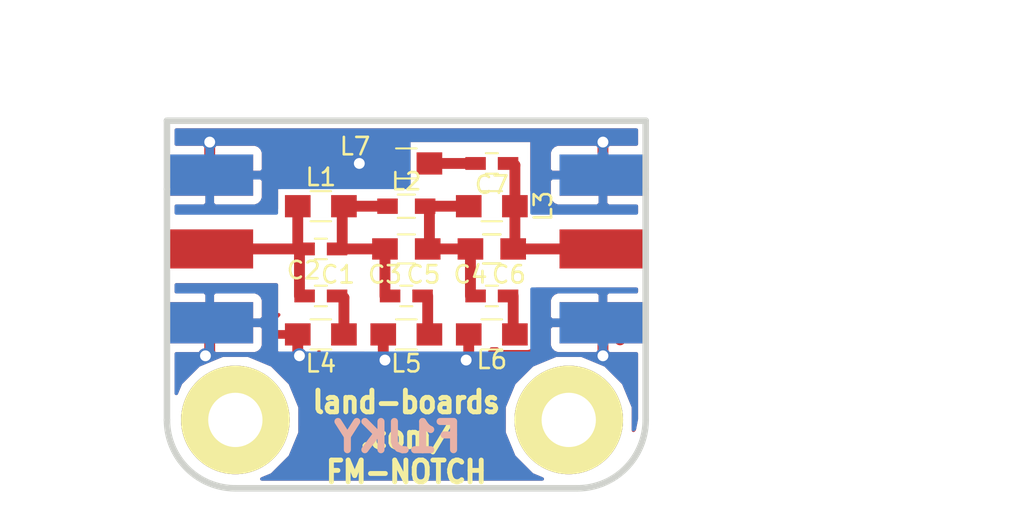
<source format=kicad_pcb>
(kicad_pcb (version 4) (host pcbnew 4.0.5)

  (general
    (links 29)
    (no_connects 1)
    (area -9.999885 -4.751199 29.450857 21.849625)
    (thickness 1.6002)
    (drawings 12)
    (tracks 54)
    (zones 0)
    (modules 18)
    (nets 10)
  )

  (page A)
  (title_block
    (date "28 mar 2015")
    (rev X1)
  )

  (layers
    (0 Front signal)
    (31 Back signal hide)
    (36 B.SilkS user hide)
    (37 F.SilkS user hide)
    (38 B.Mask user)
    (39 F.Mask user)
    (40 Dwgs.User user)
    (44 Edge.Cuts user)
  )

  (setup
    (last_trace_width 0.2032)
    (user_trace_width 0.254)
    (user_trace_width 0.635)
    (trace_clearance 0.254)
    (zone_clearance 0.254)
    (zone_45_only no)
    (trace_min 0.008)
    (segment_width 0.381)
    (edge_width 0.381)
    (via_size 0.889)
    (via_drill 0.635)
    (via_min_size 0.035)
    (via_min_drill 0.508)
    (uvia_size 0.508)
    (uvia_drill 0.127)
    (uvias_allowed no)
    (uvia_min_size 0.02)
    (uvia_min_drill 0.127)
    (pcb_text_width 0.3048)
    (pcb_text_size 1.524 2.032)
    (mod_edge_width 0.381)
    (mod_text_size 1.016 1.016)
    (mod_text_width 0.1524)
    (pad_size 6.35 6.35)
    (pad_drill 3.175)
    (pad_to_mask_clearance 0.1524)
    (aux_axis_origin 0 0)
    (visible_elements 7FFFFF7F)
    (pcbplotparams
      (layerselection 0x010f0_80000001)
      (usegerberextensions true)
      (excludeedgelayer true)
      (linewidth 0.150000)
      (plotframeref false)
      (viasonmask false)
      (mode 1)
      (useauxorigin false)
      (hpglpennumber 1)
      (hpglpenspeed 20)
      (hpglpendiameter 15)
      (hpglpenoverlay 0)
      (psnegative false)
      (psa4output false)
      (plotreference true)
      (plotvalue false)
      (plotinvisibletext false)
      (padsonsilk false)
      (subtractmaskfromsilk false)
      (outputformat 1)
      (mirror false)
      (drillshape 0)
      (scaleselection 1)
      (outputdirectory plots/))
  )

  (net 0 "")
  (net 1 "Net-(C1-Pad2)")
  (net 2 "Net-(C5-Pad2)")
  (net 3 "Net-(C6-Pad2)")
  (net 4 "Net-(C7-Pad2)")
  (net 5 /GND)
  (net 6 /IN)
  (net 7 /S1)
  (net 8 /S2)
  (net 9 /OUT)

  (net_class Default "This is the default net class."
    (clearance 0.254)
    (trace_width 0.2032)
    (via_dia 0.889)
    (via_drill 0.635)
    (uvia_dia 0.508)
    (uvia_drill 0.127)
    (add_net /GND)
    (add_net /IN)
    (add_net /OUT)
    (add_net /S1)
    (add_net /S2)
    (add_net "Net-(C1-Pad2)")
    (add_net "Net-(C5-Pad2)")
    (add_net "Net-(C6-Pad2)")
    (add_net "Net-(C7-Pad2)")
  )

  (net_class POWER ""
    (clearance 0.254)
    (trace_width 0.635)
    (via_dia 0.889)
    (via_drill 0.635)
    (uvia_dia 0.508)
    (uvia_drill 0.127)
  )

  (module Capacitors_SMD:C_0805_HandSoldering (layer Front) (tedit 58F91B27) (tstamp 56B526ED)
    (at 19 7.5 180)
    (descr "Capacitor SMD 0805, hand soldering")
    (tags "capacitor 0805")
    (path /58F91625)
    (attr smd)
    (fp_text reference C4 (at 1.25 -1.5 360) (layer F.SilkS)
      (effects (font (size 1.016 1.016) (thickness 0.1524)))
    )
    (fp_text value 110pF (at 0 2.1 180) (layer F.SilkS) hide
      (effects (font (size 1 1) (thickness 0.15)))
    )
    (fp_line (start -2.3 -1) (end 2.3 -1) (layer F.CrtYd) (width 0.05))
    (fp_line (start -2.3 1) (end 2.3 1) (layer F.CrtYd) (width 0.05))
    (fp_line (start -2.3 -1) (end -2.3 1) (layer F.CrtYd) (width 0.05))
    (fp_line (start 2.3 -1) (end 2.3 1) (layer F.CrtYd) (width 0.05))
    (fp_line (start 0.5 -0.85) (end -0.5 -0.85) (layer F.SilkS) (width 0.15))
    (fp_line (start -0.5 0.85) (end 0.5 0.85) (layer F.SilkS) (width 0.15))
    (pad 1 smd rect (at -1.25 0 180) (size 1.5 1.25) (layers Front F.Mask)
      (net 9 /OUT))
    (pad 2 smd rect (at 1.25 0 180) (size 1.5 1.25) (layers Front F.Mask)
      (net 8 /S2))
    (model Capacitors_SMD.3dshapes/C_0805_HandSoldering.wrl
      (at (xyz 0 0 0))
      (scale (xyz 1 1 1))
      (rotate (xyz 0 0 0))
    )
  )

  (module Resistors_SMD:R_0805_HandSoldering (layer Front) (tedit 58F913EB) (tstamp 58F9125F)
    (at 9 5)
    (descr "Resistor SMD 0805, hand soldering")
    (tags "resistor 0805")
    (path /58F91669)
    (attr smd)
    (fp_text reference L1 (at 0 -1.7) (layer F.SilkS)
      (effects (font (size 1.016 1.016) (thickness 0.1524)))
    )
    (fp_text value 22nH (at 0.5 0) (layer F.SilkS) hide
      (effects (font (size 1 1) (thickness 0.15)))
    )
    (fp_text user %R (at 0 0) (layer F.Fab)
      (effects (font (size 0.5 0.5) (thickness 0.075)))
    )
    (fp_line (start -1 0.62) (end -1 -0.62) (layer F.Fab) (width 0.1))
    (fp_line (start 1 0.62) (end -1 0.62) (layer F.Fab) (width 0.1))
    (fp_line (start 1 -0.62) (end 1 0.62) (layer F.Fab) (width 0.1))
    (fp_line (start -1 -0.62) (end 1 -0.62) (layer F.Fab) (width 0.1))
    (fp_line (start 0.6 0.88) (end -0.6 0.88) (layer F.SilkS) (width 0.12))
    (fp_line (start -0.6 -0.88) (end 0.6 -0.88) (layer F.SilkS) (width 0.12))
    (fp_line (start -2.35 -0.9) (end 2.35 -0.9) (layer F.CrtYd) (width 0.05))
    (fp_line (start -2.35 -0.9) (end -2.35 0.9) (layer F.CrtYd) (width 0.05))
    (fp_line (start 2.35 0.9) (end 2.35 -0.9) (layer F.CrtYd) (width 0.05))
    (fp_line (start 2.35 0.9) (end -2.35 0.9) (layer F.CrtYd) (width 0.05))
    (pad 1 smd rect (at -1.35 0) (size 1.5 1.3) (layers Front F.Mask)
      (net 6 /IN))
    (pad 2 smd rect (at 1.35 0) (size 1.5 1.3) (layers Front F.Mask)
      (net 7 /S1))
    (model ${KISYS3DMOD}/Resistors_SMD.3dshapes/R_0805.wrl
      (at (xyz 0 0 0))
      (scale (xyz 1 1 1))
      (rotate (xyz 0 0 0))
    )
  )

  (module Resistors_SMD:R_0805_HandSoldering (layer Front) (tedit 58F9176C) (tstamp 58F91281)
    (at 19 5)
    (descr "Resistor SMD 0805, hand soldering")
    (tags "resistor 0805")
    (path /58F91713)
    (attr smd)
    (fp_text reference L3 (at 3 0 90) (layer F.SilkS)
      (effects (font (size 1.016 1.016) (thickness 0.1524)))
    )
    (fp_text value 22nH (at 0 -1.5) (layer F.SilkS) hide
      (effects (font (size 1 1) (thickness 0.15)))
    )
    (fp_text user %R (at 0 0) (layer F.Fab)
      (effects (font (size 0.5 0.5) (thickness 0.075)))
    )
    (fp_line (start -1 0.62) (end -1 -0.62) (layer F.Fab) (width 0.1))
    (fp_line (start 1 0.62) (end -1 0.62) (layer F.Fab) (width 0.1))
    (fp_line (start 1 -0.62) (end 1 0.62) (layer F.Fab) (width 0.1))
    (fp_line (start -1 -0.62) (end 1 -0.62) (layer F.Fab) (width 0.1))
    (fp_line (start 0.6 0.88) (end -0.6 0.88) (layer F.SilkS) (width 0.12))
    (fp_line (start -0.6 -0.88) (end 0.6 -0.88) (layer F.SilkS) (width 0.12))
    (fp_line (start -2.35 -0.9) (end 2.35 -0.9) (layer F.CrtYd) (width 0.05))
    (fp_line (start -2.35 -0.9) (end -2.35 0.9) (layer F.CrtYd) (width 0.05))
    (fp_line (start 2.35 0.9) (end 2.35 -0.9) (layer F.CrtYd) (width 0.05))
    (fp_line (start 2.35 0.9) (end -2.35 0.9) (layer F.CrtYd) (width 0.05))
    (pad 1 smd rect (at -1.35 0) (size 1.5 1.3) (layers Front F.Mask)
      (net 8 /S2))
    (pad 2 smd rect (at 1.35 0) (size 1.5 1.3) (layers Front F.Mask)
      (net 9 /OUT))
    (model ${KISYS3DMOD}/Resistors_SMD.3dshapes/R_0805.wrl
      (at (xyz 0 0 0))
      (scale (xyz 1 1 1))
      (rotate (xyz 0 0 0))
    )
  )

  (module Resistors_SMD:R_0805_HandSoldering (layer Front) (tedit 58F91430) (tstamp 58F91292)
    (at 9 12.5 180)
    (descr "Resistor SMD 0805, hand soldering")
    (tags "resistor 0805")
    (path /58F90E9B)
    (attr smd)
    (fp_text reference L4 (at 0 -1.7 180) (layer F.SilkS)
      (effects (font (size 1.016 1.016) (thickness 0.1524)))
    )
    (fp_text value 330nH (at 0 -1.5 180) (layer F.SilkS) hide
      (effects (font (size 1 1) (thickness 0.15)))
    )
    (fp_text user %R (at 0 0 180) (layer F.Fab)
      (effects (font (size 0.5 0.5) (thickness 0.075)))
    )
    (fp_line (start -1 0.62) (end -1 -0.62) (layer F.Fab) (width 0.1))
    (fp_line (start 1 0.62) (end -1 0.62) (layer F.Fab) (width 0.1))
    (fp_line (start 1 -0.62) (end 1 0.62) (layer F.Fab) (width 0.1))
    (fp_line (start -1 -0.62) (end 1 -0.62) (layer F.Fab) (width 0.1))
    (fp_line (start 0.6 0.88) (end -0.6 0.88) (layer F.SilkS) (width 0.12))
    (fp_line (start -0.6 -0.88) (end 0.6 -0.88) (layer F.SilkS) (width 0.12))
    (fp_line (start -2.35 -0.9) (end 2.35 -0.9) (layer F.CrtYd) (width 0.05))
    (fp_line (start -2.35 -0.9) (end -2.35 0.9) (layer F.CrtYd) (width 0.05))
    (fp_line (start 2.35 0.9) (end 2.35 -0.9) (layer F.CrtYd) (width 0.05))
    (fp_line (start 2.35 0.9) (end -2.35 0.9) (layer F.CrtYd) (width 0.05))
    (pad 1 smd rect (at -1.35 0 180) (size 1.5 1.3) (layers Front F.Mask)
      (net 1 "Net-(C1-Pad2)"))
    (pad 2 smd rect (at 1.35 0 180) (size 1.5 1.3) (layers Front F.Mask)
      (net 5 /GND))
    (model ${KISYS3DMOD}/Resistors_SMD.3dshapes/R_0805.wrl
      (at (xyz 0 0 0))
      (scale (xyz 1 1 1))
      (rotate (xyz 0 0 0))
    )
  )

  (module Resistors_SMD:R_0805_HandSoldering (layer Front) (tedit 58F91435) (tstamp 58F912A3)
    (at 14 12.5 180)
    (descr "Resistor SMD 0805, hand soldering")
    (tags "resistor 0805")
    (path /58F90F38)
    (attr smd)
    (fp_text reference L5 (at 0 -1.7 180) (layer F.SilkS)
      (effects (font (size 1.016 1.016) (thickness 0.1524)))
    )
    (fp_text value 180nH (at 0 0 180) (layer F.SilkS) hide
      (effects (font (size 1 1) (thickness 0.15)))
    )
    (fp_text user %R (at 0 0 180) (layer F.Fab)
      (effects (font (size 0.5 0.5) (thickness 0.075)))
    )
    (fp_line (start -1 0.62) (end -1 -0.62) (layer F.Fab) (width 0.1))
    (fp_line (start 1 0.62) (end -1 0.62) (layer F.Fab) (width 0.1))
    (fp_line (start 1 -0.62) (end 1 0.62) (layer F.Fab) (width 0.1))
    (fp_line (start -1 -0.62) (end 1 -0.62) (layer F.Fab) (width 0.1))
    (fp_line (start 0.6 0.88) (end -0.6 0.88) (layer F.SilkS) (width 0.12))
    (fp_line (start -0.6 -0.88) (end 0.6 -0.88) (layer F.SilkS) (width 0.12))
    (fp_line (start -2.35 -0.9) (end 2.35 -0.9) (layer F.CrtYd) (width 0.05))
    (fp_line (start -2.35 -0.9) (end -2.35 0.9) (layer F.CrtYd) (width 0.05))
    (fp_line (start 2.35 0.9) (end 2.35 -0.9) (layer F.CrtYd) (width 0.05))
    (fp_line (start 2.35 0.9) (end -2.35 0.9) (layer F.CrtYd) (width 0.05))
    (pad 1 smd rect (at -1.35 0 180) (size 1.5 1.3) (layers Front F.Mask)
      (net 2 "Net-(C5-Pad2)"))
    (pad 2 smd rect (at 1.35 0 180) (size 1.5 1.3) (layers Front F.Mask)
      (net 5 /GND))
    (model ${KISYS3DMOD}/Resistors_SMD.3dshapes/R_0805.wrl
      (at (xyz 0 0 0))
      (scale (xyz 1 1 1))
      (rotate (xyz 0 0 0))
    )
  )

  (module Resistors_SMD:R_0805_HandSoldering (layer Front) (tedit 58F9143B) (tstamp 58F912B4)
    (at 19 12.5 180)
    (descr "Resistor SMD 0805, hand soldering")
    (tags "resistor 0805")
    (path /58F90FD6)
    (attr smd)
    (fp_text reference L6 (at 0 -1.5 180) (layer F.SilkS)
      (effects (font (size 1.016 1.016) (thickness 0.1524)))
    )
    (fp_text value 180nH (at 0 0 180) (layer F.SilkS) hide
      (effects (font (size 1 1) (thickness 0.15)))
    )
    (fp_text user %R (at 0 0 180) (layer F.Fab)
      (effects (font (size 0.5 0.5) (thickness 0.075)))
    )
    (fp_line (start -1 0.62) (end -1 -0.62) (layer F.Fab) (width 0.1))
    (fp_line (start 1 0.62) (end -1 0.62) (layer F.Fab) (width 0.1))
    (fp_line (start 1 -0.62) (end 1 0.62) (layer F.Fab) (width 0.1))
    (fp_line (start -1 -0.62) (end 1 -0.62) (layer F.Fab) (width 0.1))
    (fp_line (start 0.6 0.88) (end -0.6 0.88) (layer F.SilkS) (width 0.12))
    (fp_line (start -0.6 -0.88) (end 0.6 -0.88) (layer F.SilkS) (width 0.12))
    (fp_line (start -2.35 -0.9) (end 2.35 -0.9) (layer F.CrtYd) (width 0.05))
    (fp_line (start -2.35 -0.9) (end -2.35 0.9) (layer F.CrtYd) (width 0.05))
    (fp_line (start 2.35 0.9) (end 2.35 -0.9) (layer F.CrtYd) (width 0.05))
    (fp_line (start 2.35 0.9) (end -2.35 0.9) (layer F.CrtYd) (width 0.05))
    (pad 1 smd rect (at -1.35 0 180) (size 1.5 1.3) (layers Front F.Mask)
      (net 3 "Net-(C6-Pad2)"))
    (pad 2 smd rect (at 1.35 0 180) (size 1.5 1.3) (layers Front F.Mask)
      (net 5 /GND))
    (model ${KISYS3DMOD}/Resistors_SMD.3dshapes/R_0805.wrl
      (at (xyz 0 0 0))
      (scale (xyz 1 1 1))
      (rotate (xyz 0 0 0))
    )
  )

  (module Resistors_SMD:R_0805_HandSoldering (layer Front) (tedit 58F91602) (tstamp 58F912C5)
    (at 14 2.5 180)
    (descr "Resistor SMD 0805, hand soldering")
    (tags "resistor 0805")
    (path /58F90FE2)
    (attr smd)
    (fp_text reference L7 (at 3 1 180) (layer F.SilkS)
      (effects (font (size 1.016 1.016) (thickness 0.1524)))
    )
    (fp_text value 330nH (at 0 1 180) (layer F.SilkS) hide
      (effects (font (size 1 1) (thickness 0.15)))
    )
    (fp_text user %R (at 0 0 180) (layer F.Fab)
      (effects (font (size 0.5 0.5) (thickness 0.075)))
    )
    (fp_line (start -1 0.62) (end -1 -0.62) (layer F.Fab) (width 0.1))
    (fp_line (start 1 0.62) (end -1 0.62) (layer F.Fab) (width 0.1))
    (fp_line (start 1 -0.62) (end 1 0.62) (layer F.Fab) (width 0.1))
    (fp_line (start -1 -0.62) (end 1 -0.62) (layer F.Fab) (width 0.1))
    (fp_line (start 0.6 0.88) (end -0.6 0.88) (layer F.SilkS) (width 0.12))
    (fp_line (start -0.6 -0.88) (end 0.6 -0.88) (layer F.SilkS) (width 0.12))
    (fp_line (start -2.35 -0.9) (end 2.35 -0.9) (layer F.CrtYd) (width 0.05))
    (fp_line (start -2.35 -0.9) (end -2.35 0.9) (layer F.CrtYd) (width 0.05))
    (fp_line (start 2.35 0.9) (end 2.35 -0.9) (layer F.CrtYd) (width 0.05))
    (fp_line (start 2.35 0.9) (end -2.35 0.9) (layer F.CrtYd) (width 0.05))
    (pad 1 smd rect (at -1.35 0 180) (size 1.5 1.3) (layers Front F.Mask)
      (net 4 "Net-(C7-Pad2)"))
    (pad 2 smd rect (at 1.35 0 180) (size 1.5 1.3) (layers Front F.Mask)
      (net 5 /GND))
    (model ${KISYS3DMOD}/Resistors_SMD.3dshapes/R_0805.wrl
      (at (xyz 0 0 0))
      (scale (xyz 1 1 1))
      (rotate (xyz 0 0 0))
    )
  )

  (module Capacitors_SMD:C_0805_HandSoldering (layer Front) (tedit 58F91B25) (tstamp 58F91336)
    (at 14 7.5 180)
    (descr "Capacitor SMD 0805, hand soldering")
    (tags "capacitor 0805")
    (path /58F915E5)
    (attr smd)
    (fp_text reference C3 (at 1.25 -1.5 180) (layer F.SilkS)
      (effects (font (size 1.016 1.016) (thickness 0.1524)))
    )
    (fp_text value 100pF (at 0 0 180) (layer F.SilkS) hide
      (effects (font (size 1 1) (thickness 0.15)))
    )
    (fp_text user %R (at 0 -1.75 180) (layer F.Fab)
      (effects (font (size 1 1) (thickness 0.15)))
    )
    (fp_line (start -1 0.62) (end -1 -0.62) (layer F.Fab) (width 0.1))
    (fp_line (start 1 0.62) (end -1 0.62) (layer F.Fab) (width 0.1))
    (fp_line (start 1 -0.62) (end 1 0.62) (layer F.Fab) (width 0.1))
    (fp_line (start -1 -0.62) (end 1 -0.62) (layer F.Fab) (width 0.1))
    (fp_line (start 0.5 -0.85) (end -0.5 -0.85) (layer F.SilkS) (width 0.12))
    (fp_line (start -0.5 0.85) (end 0.5 0.85) (layer F.SilkS) (width 0.12))
    (fp_line (start -2.25 -0.88) (end 2.25 -0.88) (layer F.CrtYd) (width 0.05))
    (fp_line (start -2.25 -0.88) (end -2.25 0.87) (layer F.CrtYd) (width 0.05))
    (fp_line (start 2.25 0.87) (end 2.25 -0.88) (layer F.CrtYd) (width 0.05))
    (fp_line (start 2.25 0.87) (end -2.25 0.87) (layer F.CrtYd) (width 0.05))
    (pad 1 smd rect (at -1.25 0 180) (size 1.5 1.25) (layers Front F.Mask)
      (net 8 /S2))
    (pad 2 smd rect (at 1.25 0 180) (size 1.5 1.25) (layers Front F.Mask)
      (net 7 /S1))
    (model Capacitors_SMD.3dshapes/C_0805.wrl
      (at (xyz 0 0 0))
      (scale (xyz 1 1 1))
      (rotate (xyz 0 0 0))
    )
  )

  (module LandBoards_Conns:SMA_EDGE (layer Front) (tedit 58F9187F) (tstamp 58F91346)
    (at 2.5 7.5)
    (path /58F9113C)
    (clearance 0.3048)
    (fp_text reference P1 (at 0 7) (layer F.SilkS) hide
      (effects (font (size 1.016 1.016) (thickness 0.1524)))
    )
    (fp_text value CONN_2 (at 4.826 0.254 90) (layer F.SilkS) hide
      (effects (font (thickness 0.3048)))
    )
    (pad 1 smd rect (at 0 0) (size 5.08 2.286) (layers Front F.Mask)
      (net 6 /IN))
    (pad 2 smd rect (at 0 -4.318) (size 5.08 2.413) (layers Front F.Mask)
      (net 5 /GND))
    (pad 2 smd rect (at 0 4.318) (size 5.08 2.413) (layers Front F.Mask)
      (net 5 /GND))
    (pad 2 smd rect (at 0 -4.318) (size 5.08 2.413) (layers Back B.Mask)
      (net 5 /GND))
    (pad 2 smd rect (at 0 4.318) (size 5.08 2.413) (layers Back B.Mask)
      (net 5 /GND))
  )

  (module LandBoards_Conns:SMA_EDGE (layer Front) (tedit 58F91884) (tstamp 58F9134E)
    (at 25.5 7.5)
    (path /58F910CD)
    (clearance 0.3048)
    (fp_text reference P2 (at 0 7) (layer F.SilkS) hide
      (effects (font (size 1.016 1.016) (thickness 0.1524)))
    )
    (fp_text value CONN_2 (at -0.25 0 90) (layer F.SilkS) hide
      (effects (font (thickness 0.3048)))
    )
    (pad 1 smd rect (at 0 0) (size 5.08 2.286) (layers Front F.Mask)
      (net 9 /OUT))
    (pad 2 smd rect (at 0 -4.318) (size 5.08 2.413) (layers Front F.Mask)
      (net 5 /GND))
    (pad 2 smd rect (at 0 4.318) (size 5.08 2.413) (layers Front F.Mask)
      (net 5 /GND))
    (pad 2 smd rect (at 0 -4.318) (size 5.08 2.413) (layers Back B.Mask)
      (net 5 /GND))
    (pad 2 smd rect (at 0 4.318) (size 5.08 2.413) (layers Back B.Mask)
      (net 5 /GND))
  )

  (module dougsLib:MTG-4-40 (layer Front) (tedit 53F3AE25) (tstamp 58F91629)
    (at 23.5 17.5)
    (path /56BE9837)
    (fp_text reference MTG?1 (at -6.858 -0.635) (layer F.SilkS) hide
      (effects (font (size 1.016 1.016) (thickness 0.1524)))
    )
    (fp_text value MTG_HOLE (at 0 -5.08) (layer F.SilkS) hide
      (effects (font (thickness 0.3048)))
    )
    (pad 1 thru_hole circle (at 0 0) (size 6.35 6.35) (drill 3.175) (layers *.Cu *.Mask F.SilkS)
      (clearance 0.508))
  )

  (module dougsLib:MTG-4-40 (layer Front) (tedit 58F91647) (tstamp 58F9162E)
    (at 4 17.5)
    (path /56BE9872)
    (fp_text reference MTG?2 (at -0.25 -0.25) (layer F.SilkS) hide
      (effects (font (size 1.016 1.016) (thickness 0.1524)))
    )
    (fp_text value MTG_HOLE (at 0 -5.08) (layer F.SilkS) hide
      (effects (font (thickness 0.3048)))
    )
    (pad 1 thru_hole circle (at 0 0) (size 6.35 6.35) (drill 3.175) (layers *.Cu *.Mask F.SilkS)
      (clearance 0.508))
  )

  (module Capacitors_SMD:C_0603_HandSoldering (layer Front) (tedit 58F91BFA) (tstamp 58F91EDD)
    (at 9 10.25)
    (descr "Capacitor SMD 0603, hand soldering")
    (tags "capacitor 0603")
    (path /56B51233)
    (attr smd)
    (fp_text reference C1 (at 1 -1.25) (layer F.SilkS)
      (effects (font (size 1.016 1.016) (thickness 0.1524)))
    )
    (fp_text value 8pF (at 0 1.5) (layer F.SilkS) hide
      (effects (font (size 1 1) (thickness 0.15)))
    )
    (fp_text user %R (at 0 -1.25) (layer F.Fab)
      (effects (font (size 1 1) (thickness 0.15)))
    )
    (fp_line (start -0.8 0.4) (end -0.8 -0.4) (layer F.Fab) (width 0.1))
    (fp_line (start 0.8 0.4) (end -0.8 0.4) (layer F.Fab) (width 0.1))
    (fp_line (start 0.8 -0.4) (end 0.8 0.4) (layer F.Fab) (width 0.1))
    (fp_line (start -0.8 -0.4) (end 0.8 -0.4) (layer F.Fab) (width 0.1))
    (fp_line (start -0.35 -0.6) (end 0.35 -0.6) (layer F.SilkS) (width 0.12))
    (fp_line (start 0.35 0.6) (end -0.35 0.6) (layer F.SilkS) (width 0.12))
    (fp_line (start -1.8 -0.65) (end 1.8 -0.65) (layer F.CrtYd) (width 0.05))
    (fp_line (start -1.8 -0.65) (end -1.8 0.65) (layer F.CrtYd) (width 0.05))
    (fp_line (start 1.8 0.65) (end 1.8 -0.65) (layer F.CrtYd) (width 0.05))
    (fp_line (start 1.8 0.65) (end -1.8 0.65) (layer F.CrtYd) (width 0.05))
    (pad 1 smd rect (at -0.95 0) (size 1.2 0.75) (layers Front F.Mask)
      (net 6 /IN))
    (pad 2 smd rect (at 0.95 0) (size 1.2 0.75) (layers Front F.Mask)
      (net 1 "Net-(C1-Pad2)"))
    (model Capacitors_SMD.3dshapes/C_0603.wrl
      (at (xyz 0 0 0))
      (scale (xyz 1 1 1))
      (rotate (xyz 0 0 0))
    )
  )

  (module Capacitors_SMD:C_0603_HandSoldering (layer Front) (tedit 58F91C09) (tstamp 58F91EED)
    (at 9 7.5 180)
    (descr "Capacitor SMD 0603, hand soldering")
    (tags "capacitor 0603")
    (path /58F91593)
    (attr smd)
    (fp_text reference C2 (at 1 -1.25 180) (layer F.SilkS)
      (effects (font (size 1.016 1.016) (thickness 0.1524)))
    )
    (fp_text value 110pF (at 0 1.5 180) (layer F.SilkS) hide
      (effects (font (size 1 1) (thickness 0.15)))
    )
    (fp_text user %R (at 0 -1.25 180) (layer F.Fab)
      (effects (font (size 1 1) (thickness 0.15)))
    )
    (fp_line (start -0.8 0.4) (end -0.8 -0.4) (layer F.Fab) (width 0.1))
    (fp_line (start 0.8 0.4) (end -0.8 0.4) (layer F.Fab) (width 0.1))
    (fp_line (start 0.8 -0.4) (end 0.8 0.4) (layer F.Fab) (width 0.1))
    (fp_line (start -0.8 -0.4) (end 0.8 -0.4) (layer F.Fab) (width 0.1))
    (fp_line (start -0.35 -0.6) (end 0.35 -0.6) (layer F.SilkS) (width 0.12))
    (fp_line (start 0.35 0.6) (end -0.35 0.6) (layer F.SilkS) (width 0.12))
    (fp_line (start -1.8 -0.65) (end 1.8 -0.65) (layer F.CrtYd) (width 0.05))
    (fp_line (start -1.8 -0.65) (end -1.8 0.65) (layer F.CrtYd) (width 0.05))
    (fp_line (start 1.8 0.65) (end 1.8 -0.65) (layer F.CrtYd) (width 0.05))
    (fp_line (start 1.8 0.65) (end -1.8 0.65) (layer F.CrtYd) (width 0.05))
    (pad 1 smd rect (at -0.95 0 180) (size 1.2 0.75) (layers Front F.Mask)
      (net 7 /S1))
    (pad 2 smd rect (at 0.95 0 180) (size 1.2 0.75) (layers Front F.Mask)
      (net 6 /IN))
    (model Capacitors_SMD.3dshapes/C_0603.wrl
      (at (xyz 0 0 0))
      (scale (xyz 1 1 1))
      (rotate (xyz 0 0 0))
    )
  )

  (module Capacitors_SMD:C_0603_HandSoldering (layer Front) (tedit 58F91BFF) (tstamp 58F91EFD)
    (at 14 10.25)
    (descr "Capacitor SMD 0603, hand soldering")
    (tags "capacitor 0603")
    (path /58F90F32)
    (attr smd)
    (fp_text reference C5 (at 1 -1.25) (layer F.SilkS)
      (effects (font (size 1.016 1.016) (thickness 0.1524)))
    )
    (fp_text value 15pF (at 0 1.5) (layer F.SilkS) hide
      (effects (font (size 1 1) (thickness 0.15)))
    )
    (fp_text user %R (at 0 -1.25) (layer F.Fab)
      (effects (font (size 1 1) (thickness 0.15)))
    )
    (fp_line (start -0.8 0.4) (end -0.8 -0.4) (layer F.Fab) (width 0.1))
    (fp_line (start 0.8 0.4) (end -0.8 0.4) (layer F.Fab) (width 0.1))
    (fp_line (start 0.8 -0.4) (end 0.8 0.4) (layer F.Fab) (width 0.1))
    (fp_line (start -0.8 -0.4) (end 0.8 -0.4) (layer F.Fab) (width 0.1))
    (fp_line (start -0.35 -0.6) (end 0.35 -0.6) (layer F.SilkS) (width 0.12))
    (fp_line (start 0.35 0.6) (end -0.35 0.6) (layer F.SilkS) (width 0.12))
    (fp_line (start -1.8 -0.65) (end 1.8 -0.65) (layer F.CrtYd) (width 0.05))
    (fp_line (start -1.8 -0.65) (end -1.8 0.65) (layer F.CrtYd) (width 0.05))
    (fp_line (start 1.8 0.65) (end 1.8 -0.65) (layer F.CrtYd) (width 0.05))
    (fp_line (start 1.8 0.65) (end -1.8 0.65) (layer F.CrtYd) (width 0.05))
    (pad 1 smd rect (at -0.95 0) (size 1.2 0.75) (layers Front F.Mask)
      (net 7 /S1))
    (pad 2 smd rect (at 0.95 0) (size 1.2 0.75) (layers Front F.Mask)
      (net 2 "Net-(C5-Pad2)"))
    (model Capacitors_SMD.3dshapes/C_0603.wrl
      (at (xyz 0 0 0))
      (scale (xyz 1 1 1))
      (rotate (xyz 0 0 0))
    )
  )

  (module Capacitors_SMD:C_0603_HandSoldering (layer Front) (tedit 58F91C03) (tstamp 58F91F0D)
    (at 19 10.25)
    (descr "Capacitor SMD 0603, hand soldering")
    (tags "capacitor 0603")
    (path /58F90FD0)
    (attr smd)
    (fp_text reference C6 (at 1 -1.25) (layer F.SilkS)
      (effects (font (size 1.016 1.016) (thickness 0.1524)))
    )
    (fp_text value 15pF (at 0 1.5) (layer F.SilkS) hide
      (effects (font (size 1 1) (thickness 0.15)))
    )
    (fp_text user %R (at 0 -1.25) (layer F.Fab)
      (effects (font (size 1 1) (thickness 0.15)))
    )
    (fp_line (start -0.8 0.4) (end -0.8 -0.4) (layer F.Fab) (width 0.1))
    (fp_line (start 0.8 0.4) (end -0.8 0.4) (layer F.Fab) (width 0.1))
    (fp_line (start 0.8 -0.4) (end 0.8 0.4) (layer F.Fab) (width 0.1))
    (fp_line (start -0.8 -0.4) (end 0.8 -0.4) (layer F.Fab) (width 0.1))
    (fp_line (start -0.35 -0.6) (end 0.35 -0.6) (layer F.SilkS) (width 0.12))
    (fp_line (start 0.35 0.6) (end -0.35 0.6) (layer F.SilkS) (width 0.12))
    (fp_line (start -1.8 -0.65) (end 1.8 -0.65) (layer F.CrtYd) (width 0.05))
    (fp_line (start -1.8 -0.65) (end -1.8 0.65) (layer F.CrtYd) (width 0.05))
    (fp_line (start 1.8 0.65) (end 1.8 -0.65) (layer F.CrtYd) (width 0.05))
    (fp_line (start 1.8 0.65) (end -1.8 0.65) (layer F.CrtYd) (width 0.05))
    (pad 1 smd rect (at -0.95 0) (size 1.2 0.75) (layers Front F.Mask)
      (net 8 /S2))
    (pad 2 smd rect (at 0.95 0) (size 1.2 0.75) (layers Front F.Mask)
      (net 3 "Net-(C6-Pad2)"))
    (model Capacitors_SMD.3dshapes/C_0603.wrl
      (at (xyz 0 0 0))
      (scale (xyz 1 1 1))
      (rotate (xyz 0 0 0))
    )
  )

  (module Capacitors_SMD:C_0603_HandSoldering (layer Front) (tedit 58F91C0F) (tstamp 58F91F1D)
    (at 19 2.5 180)
    (descr "Capacitor SMD 0603, hand soldering")
    (tags "capacitor 0603")
    (path /58F90FDC)
    (attr smd)
    (fp_text reference C7 (at 0 -1.25 180) (layer F.SilkS)
      (effects (font (size 1.016 1.016) (thickness 0.1524)))
    )
    (fp_text value 8pF (at 0 1.5 180) (layer F.SilkS) hide
      (effects (font (size 1 1) (thickness 0.15)))
    )
    (fp_text user %R (at 0 -1.25 180) (layer F.Fab)
      (effects (font (size 1 1) (thickness 0.15)))
    )
    (fp_line (start -0.8 0.4) (end -0.8 -0.4) (layer F.Fab) (width 0.1))
    (fp_line (start 0.8 0.4) (end -0.8 0.4) (layer F.Fab) (width 0.1))
    (fp_line (start 0.8 -0.4) (end 0.8 0.4) (layer F.Fab) (width 0.1))
    (fp_line (start -0.8 -0.4) (end 0.8 -0.4) (layer F.Fab) (width 0.1))
    (fp_line (start -0.35 -0.6) (end 0.35 -0.6) (layer F.SilkS) (width 0.12))
    (fp_line (start 0.35 0.6) (end -0.35 0.6) (layer F.SilkS) (width 0.12))
    (fp_line (start -1.8 -0.65) (end 1.8 -0.65) (layer F.CrtYd) (width 0.05))
    (fp_line (start -1.8 -0.65) (end -1.8 0.65) (layer F.CrtYd) (width 0.05))
    (fp_line (start 1.8 0.65) (end 1.8 -0.65) (layer F.CrtYd) (width 0.05))
    (fp_line (start 1.8 0.65) (end -1.8 0.65) (layer F.CrtYd) (width 0.05))
    (pad 1 smd rect (at -0.95 0 180) (size 1.2 0.75) (layers Front F.Mask)
      (net 9 /OUT))
    (pad 2 smd rect (at 0.95 0 180) (size 1.2 0.75) (layers Front F.Mask)
      (net 4 "Net-(C7-Pad2)"))
    (model Capacitors_SMD.3dshapes/C_0603.wrl
      (at (xyz 0 0 0))
      (scale (xyz 1 1 1))
      (rotate (xyz 0 0 0))
    )
  )

  (module Resistors_SMD:R_0603_HandSoldering (layer Front) (tedit 58F91ED7) (tstamp 58F92691)
    (at 14 5)
    (descr "Resistor SMD 0603, hand soldering")
    (tags "resistor 0603")
    (path /58F916C3)
    (attr smd)
    (fp_text reference L2 (at 0 -1.45) (layer F.SilkS)
      (effects (font (size 1 1) (thickness 0.15)))
    )
    (fp_text value 27nH (at 0 1.55) (layer F.SilkS) hide
      (effects (font (size 1 1) (thickness 0.15)))
    )
    (fp_text user %R (at 0 0) (layer F.Fab)
      (effects (font (size 0.5 0.5) (thickness 0.075)))
    )
    (fp_line (start -0.8 0.4) (end -0.8 -0.4) (layer F.Fab) (width 0.1))
    (fp_line (start 0.8 0.4) (end -0.8 0.4) (layer F.Fab) (width 0.1))
    (fp_line (start 0.8 -0.4) (end 0.8 0.4) (layer F.Fab) (width 0.1))
    (fp_line (start -0.8 -0.4) (end 0.8 -0.4) (layer F.Fab) (width 0.1))
    (fp_line (start 0.5 0.68) (end -0.5 0.68) (layer F.SilkS) (width 0.12))
    (fp_line (start -0.5 -0.68) (end 0.5 -0.68) (layer F.SilkS) (width 0.12))
    (fp_line (start -1.96 -0.7) (end 1.95 -0.7) (layer F.CrtYd) (width 0.05))
    (fp_line (start -1.96 -0.7) (end -1.96 0.7) (layer F.CrtYd) (width 0.05))
    (fp_line (start 1.95 0.7) (end 1.95 -0.7) (layer F.CrtYd) (width 0.05))
    (fp_line (start 1.95 0.7) (end -1.96 0.7) (layer F.CrtYd) (width 0.05))
    (pad 1 smd rect (at -1.1 0) (size 1.2 0.9) (layers Front F.Mask)
      (net 7 /S1))
    (pad 2 smd rect (at 1.1 0) (size 1.2 0.9) (layers Front F.Mask)
      (net 8 /S2))
    (model ${KISYS3DMOD}/Resistors_SMD.3dshapes/R_0603.wrl
      (at (xyz 0 0 0))
      (scale (xyz 1 1 1))
      (rotate (xyz 0 0 0))
    )
  )

  (dimension 50 (width 0.3048) (layer Dwgs.User)
    (gr_text "50.000 mm" (at 25 -4.6256) (layer Dwgs.User)
      (effects (font (size 2.032 1.524) (thickness 0.3048)))
    )
    (feature1 (pts (xy 50 0) (xy 50 -6.2512)))
    (feature2 (pts (xy 0 0) (xy 0 -6.2512)))
    (crossbar (pts (xy 0 -3) (xy 50 -3)))
    (arrow1a (pts (xy 50 -3) (xy 48.873496 -2.413579)))
    (arrow1b (pts (xy 50 -3) (xy 48.873496 -3.586421)))
    (arrow2a (pts (xy 0 -3) (xy 1.126504 -2.413579)))
    (arrow2b (pts (xy 0 -3) (xy 1.126504 -3.586421)))
  )
  (dimension 23.5 (width 0.3048) (layer Dwgs.User)
    (gr_text "23.500 mm" (at -3.1256 11.75 270) (layer Dwgs.User)
      (effects (font (size 2.032 1.524) (thickness 0.3048)))
    )
    (feature1 (pts (xy 0 23.5) (xy -4.7512 23.5)))
    (feature2 (pts (xy 0 0) (xy -4.7512 0)))
    (crossbar (pts (xy -1.5 0) (xy -1.5 23.5)))
    (arrow1a (pts (xy -1.5 23.5) (xy -2.086421 22.373496)))
    (arrow1b (pts (xy -1.5 23.5) (xy -0.913579 22.373496)))
    (arrow2a (pts (xy -1.5 0) (xy -2.086421 1.126504)))
    (arrow2b (pts (xy -1.5 0) (xy -0.913579 1.126504)))
  )
  (gr_text F1JKY (at 13.5 18.5) (layer B.SilkS)
    (effects (font (size 1.651 1.651) (thickness 0.41275)) (justify mirror))
  )
  (gr_line (start 28 0) (end 28 4) (angle 90) (layer Edge.Cuts) (width 0.381))
  (gr_line (start 0 0) (end 28 0) (angle 90) (layer Edge.Cuts) (width 0.381))
  (gr_line (start 0 4) (end 0 0) (angle 90) (layer Edge.Cuts) (width 0.381))
  (gr_line (start 4 21.5) (end 24 21.5) (angle 90) (layer Edge.Cuts) (width 0.381))
  (gr_line (start 28 4) (end 28 17.5) (angle 90) (layer Edge.Cuts) (width 0.381))
  (gr_line (start 0 4) (end 0 17.5) (angle 90) (layer Edge.Cuts) (width 0.381))
  (gr_arc (start 4 17.5) (end 4 21.5) (angle 90) (layer Edge.Cuts) (width 0.381))
  (gr_arc (start 24 17.5) (end 28 17.5) (angle 90) (layer Edge.Cuts) (width 0.381))
  (gr_text "land-boards\n.com/\nFM-NOTCH" (at 14 18.5) (layer F.SilkS)
    (effects (font (size 1.27 1.143) (thickness 0.28575)))
  )

  (segment (start 10.35 10.35) (end 10.25 10.25) (width 0.635) (layer Front) (net 1) (tstamp 58F91C06) (status 30))
  (segment (start 10.35 12.5) (end 10.35 10.35) (width 0.635) (layer Front) (net 1) (status 10))
  (segment (start 15.25 12.4) (end 15.35 12.5) (width 0.635) (layer Front) (net 2) (tstamp 58F91C09) (status 30))
  (segment (start 15.25 10.25) (end 15.25 12.4) (width 0.635) (layer Front) (net 2) (status 20))
  (segment (start 20.25 12.4) (end 20.35 12.5) (width 0.635) (layer Front) (net 3) (tstamp 58F91C18) (status 30))
  (segment (start 20.25 10.25) (end 20.25 12.4) (width 0.635) (layer Front) (net 3) (status 20))
  (segment (start 15.35 2.5) (end 17.75 2.5) (width 0.635) (layer Front) (net 4))
  (segment (start 25.5 2) (end 25.5 3.182) (width 0.635) (layer Back) (net 5) (tstamp 58F91C1E))
  (segment (start 25.5 3.182) (end 25.5 2) (width 0.635) (layer Front) (net 5))
  (segment (start 25.5 11.818) (end 25.5 13) (width 0.635) (layer Back) (net 5))
  (segment (start 26.5 12.818) (end 25.5 11.818) (width 0.635) (layer Front) (net 5) (tstamp 58F91C27))
  (segment (start 2.5 12.75) (end 2.5 11.818) (width 0.635) (layer Back) (net 5) (tstamp 58F91D17))
  (segment (start 2.5 11.818) (end 2.5 12.75) (width 0.635) (layer Front) (net 5))
  (segment (start 2.5 2.5) (end 2.5 3.182) (width 0.635) (layer Front) (net 5) (tstamp 58F91D1D))
  (segment (start 2.5 3.182) (end 2.5 2.5) (width 0.635) (layer Back) (net 5))
  (via (at 2.5 1.25) (size 0.889) (layers Front Back) (net 5))
  (segment (start 2.5 3.182) (end 2.5 1.25) (width 0.635) (layer Front) (net 5))
  (segment (start 2.5 13.5) (end 2.25 13.75) (width 0.635) (layer Front) (net 5) (tstamp 58F91D8A))
  (via (at 2.25 13.75) (size 0.889) (layers Front Back) (net 5))
  (segment (start 2.5 11.818) (end 2.5 13.5) (width 0.635) (layer Front) (net 5))
  (via (at 25.5 13.75) (size 0.889) (layers Front Back) (net 5))
  (segment (start 25.5 11.818) (end 25.5 13.75) (width 0.635) (layer Front) (net 5))
  (via (at 25.5 1.25) (size 0.889) (layers Front Back) (net 5))
  (segment (start 25.5 3.182) (end 25.5 1.25) (width 0.635) (layer Front) (net 5))
  (via (at 11.25 2.5) (size 0.889) (layers Front Back) (net 5))
  (segment (start 12.65 2.5) (end 11.25 2.5) (width 0.635) (layer Front) (net 5))
  (segment (start 7.65 13.65) (end 7.75 13.75) (width 0.635) (layer Front) (net 5) (tstamp 58F92229))
  (via (at 7.75 13.75) (size 0.889) (layers Front Back) (net 5))
  (segment (start 7.65 12.5) (end 7.65 13.65) (width 0.635) (layer Front) (net 5))
  (segment (start 12.65 13.9) (end 12.75 14) (width 0.635) (layer Front) (net 5) (tstamp 58F9222D))
  (via (at 12.75 14) (size 0.889) (layers Front Back) (net 5))
  (segment (start 12.65 12.5) (end 12.65 13.9) (width 0.635) (layer Front) (net 5))
  (segment (start 17.65 13.85) (end 17.5 14) (width 0.635) (layer Front) (net 5) (tstamp 58F92231))
  (via (at 17.5 14) (size 0.889) (layers Front Back) (net 5))
  (segment (start 17.65 12.5) (end 17.65 13.85) (width 0.635) (layer Front) (net 5))
  (segment (start 2.5 7.5) (end 7.75 7.5) (width 0.635) (layer Front) (net 6))
  (segment (start 7.65 7.4) (end 7.75 7.5) (width 0.635) (layer Front) (net 6) (tstamp 58F91BF8))
  (segment (start 7.65 5) (end 7.65 7.4) (width 0.635) (layer Front) (net 6))
  (segment (start 7.75 10.25) (end 7.75 7.5) (width 0.635) (layer Front) (net 6) (status 10))
  (segment (start 10.25 5.1) (end 10.35 5) (width 0.635) (layer Front) (net 7) (tstamp 58F91BFD))
  (segment (start 10.25 7.5) (end 10.25 5.1) (width 0.635) (layer Front) (net 7))
  (segment (start 12.65 5) (end 10.35 5) (width 0.635) (layer Front) (net 7))
  (segment (start 10.25 7.5) (end 12.75 7.5) (width 0.635) (layer Front) (net 7))
  (segment (start 12.75 7.5) (end 12.75 10.25) (width 0.635) (layer Front) (net 7) (status 20))
  (segment (start 15.35 5) (end 17.65 5) (width 0.635) (layer Front) (net 8))
  (segment (start 17.75 7.5) (end 15.25 7.5) (width 0.635) (layer Front) (net 8))
  (segment (start 15.35 7.4) (end 15.25 7.5) (width 0.635) (layer Front) (net 8) (tstamp 58F91C10))
  (segment (start 15.35 5) (end 15.35 7.4) (width 0.635) (layer Front) (net 8))
  (segment (start 17.75 7.5) (end 17.75 10.25) (width 0.635) (layer Front) (net 8) (status 20))
  (segment (start 20.35 7.4) (end 20.25 7.5) (width 0.635) (layer Front) (net 9) (tstamp 58F91C15))
  (segment (start 20.35 5) (end 20.35 7.4) (width 0.635) (layer Front) (net 9))
  (segment (start 20.25 7.5) (end 25.5 7.5) (width 0.635) (layer Front) (net 9))
  (segment (start 20.35 2.6) (end 20.25 2.5) (width 0.635) (layer Front) (net 9) (tstamp 58F91D11))
  (segment (start 20.35 5) (end 20.35 2.6) (width 0.635) (layer Front) (net 9))

  (zone (net 5) (net_name /GND) (layer Back) (tstamp 58F91BE0) (hatch edge 0.508)
    (connect_pads (clearance 0.254))
    (min_thickness 0.2032)
    (fill yes (arc_segments 16) (thermal_gap 0.508) (thermal_bridge_width 0.508))
    (polygon
      (pts
        (xy 28 17.5) (xy 24 21.5) (xy 4 21.5) (xy 0 17.5) (xy 0 0)
        (xy 28 0)
      )
    )
    (filled_polygon
      (pts
        (xy 27.4539 5.3984) (xy 25.3476 5.3984) (xy 25.3476 4.8457) (xy 25.3476 3.3344) (xy 25.3476 3.0296)
        (xy 25.3476 1.5183) (xy 25.1952 1.3659) (xy 22.838743 1.3659) (xy 22.614689 1.458706) (xy 22.443206 1.630189)
        (xy 22.3504 1.854243) (xy 22.3504 2.096757) (xy 22.3504 2.8772) (xy 22.5028 3.0296) (xy 25.3476 3.0296)
        (xy 25.3476 3.3344) (xy 22.5028 3.3344) (xy 22.3504 3.4868) (xy 22.3504 4.267243) (xy 22.3504 4.509757)
        (xy 22.443206 4.733811) (xy 22.614689 4.905294) (xy 22.838743 4.9981) (xy 25.1952 4.9981) (xy 25.3476 4.8457)
        (xy 25.3476 5.3984) (xy 21.3516 5.3984) (xy 21.3516 1.1484) (xy 14.1484 1.1484) (xy 14.1484 3.8984)
        (xy 6.3984 3.8984) (xy 6.3984 5.3984) (xy 5.6496 5.3984) (xy 5.6496 4.509757) (xy 5.6496 4.267243)
        (xy 5.6496 3.4868) (xy 5.6496 2.8772) (xy 5.6496 2.096757) (xy 5.6496 1.854243) (xy 5.556794 1.630189)
        (xy 5.385311 1.458706) (xy 5.161257 1.3659) (xy 2.8048 1.3659) (xy 2.6524 1.5183) (xy 2.6524 3.0296)
        (xy 5.4972 3.0296) (xy 5.6496 2.8772) (xy 5.6496 3.4868) (xy 5.4972 3.3344) (xy 2.6524 3.3344)
        (xy 2.6524 4.8457) (xy 2.8048 4.9981) (xy 5.161257 4.9981) (xy 5.385311 4.905294) (xy 5.556794 4.733811)
        (xy 5.6496 4.509757) (xy 5.6496 5.3984) (xy 0.5461 5.3984) (xy 0.5461 4.9981) (xy 2.1952 4.9981)
        (xy 2.3476 4.8457) (xy 2.3476 3.3344) (xy 2.3276 3.3344) (xy 2.3276 3.0296) (xy 2.3476 3.0296)
        (xy 2.3476 1.5183) (xy 2.1952 1.3659) (xy 0.5461 1.3659) (xy 0.5461 0.5461) (xy 27.4539 0.5461)
        (xy 27.4539 1.3659) (xy 25.8048 1.3659) (xy 25.6524 1.5183) (xy 25.6524 3.0296) (xy 25.6724 3.0296)
        (xy 25.6724 3.3344) (xy 25.6524 3.3344) (xy 25.6524 4.8457) (xy 25.8048 4.9981) (xy 27.4539 4.9981)
        (xy 27.4539 5.3984)
      )
    )
    (filled_polygon
      (pts
        (xy 27.4539 17.446212) (xy 27.340623 18.015692) (xy 27.284102 18.072213) (xy 27.285256 16.750499) (xy 26.710299 15.358997)
        (xy 25.646603 14.293443) (xy 25.3476 14.169286) (xy 25.3476 13.4817) (xy 25.3476 11.9704) (xy 25.3476 11.6656)
        (xy 25.3476 10.1543) (xy 25.1952 10.0019) (xy 22.838743 10.0019) (xy 22.614689 10.094706) (xy 22.443206 10.266189)
        (xy 22.3504 10.490243) (xy 22.3504 10.732757) (xy 22.3504 11.5132) (xy 22.5028 11.6656) (xy 25.3476 11.6656)
        (xy 25.3476 11.9704) (xy 22.5028 11.9704) (xy 22.3504 12.1228) (xy 22.3504 12.903243) (xy 22.3504 13.145757)
        (xy 22.443206 13.369811) (xy 22.614689 13.541294) (xy 22.838743 13.6341) (xy 25.1952 13.6341) (xy 25.3476 13.4817)
        (xy 25.3476 14.169286) (xy 24.256106 13.716058) (xy 22.750499 13.714744) (xy 21.358997 14.289701) (xy 20.293443 15.353397)
        (xy 19.716058 16.743894) (xy 19.714744 18.249501) (xy 20.289701 19.641003) (xy 21.353397 20.706557) (xy 21.949064 20.9539)
        (xy 5.551443 20.9539) (xy 6.141003 20.710299) (xy 7.206557 19.646603) (xy 7.783942 18.256106) (xy 7.785256 16.750499)
        (xy 7.210299 15.358997) (xy 6.146603 14.293443) (xy 5.6496 14.087069) (xy 5.6496 13.145757) (xy 5.6496 12.903243)
        (xy 5.6496 12.1228) (xy 5.6496 11.5132) (xy 5.6496 10.732757) (xy 5.6496 10.490243) (xy 5.556794 10.266189)
        (xy 5.385311 10.094706) (xy 5.161257 10.0019) (xy 2.8048 10.0019) (xy 2.6524 10.1543) (xy 2.6524 11.6656)
        (xy 5.4972 11.6656) (xy 5.6496 11.5132) (xy 5.6496 12.1228) (xy 5.4972 11.9704) (xy 2.6524 11.9704)
        (xy 2.6524 13.4817) (xy 2.8048 13.6341) (xy 5.161257 13.6341) (xy 5.385311 13.541294) (xy 5.556794 13.369811)
        (xy 5.6496 13.145757) (xy 5.6496 14.087069) (xy 4.756106 13.716058) (xy 3.250499 13.714744) (xy 1.858997 14.289701)
        (xy 0.793443 15.353397) (xy 0.5461 15.949064) (xy 0.5461 13.6341) (xy 2.1952 13.6341) (xy 2.3476 13.4817)
        (xy 2.3476 11.9704) (xy 2.3276 11.9704) (xy 2.3276 11.6656) (xy 2.3476 11.6656) (xy 2.3476 10.1543)
        (xy 2.1952 10.0019) (xy 0.5461 10.0019) (xy 0.5461 9.6016) (xy 6.3984 9.6016) (xy 6.3984 13.6016)
        (xy 21.3516 13.6016) (xy 21.3516 9.8516) (xy 27.4539 9.8516) (xy 27.4539 10.0019) (xy 25.8048 10.0019)
        (xy 25.6524 10.1543) (xy 25.6524 11.6656) (xy 25.6724 11.6656) (xy 25.6724 11.9704) (xy 25.6524 11.9704)
        (xy 25.6524 13.4817) (xy 25.8048 13.6341) (xy 27.4539 13.6341) (xy 27.4539 17.446212)
      )
    )
  )
  (zone (net 0) (net_name "") (layer Back) (tstamp 58F91BE2) (hatch edge 0.508)
    (connect_pads (clearance 0.254))
    (min_thickness 0.2032)
    (keepout (tracks allowed) (vias allowed) (copperpour not_allowed))
    (fill (arc_segments 16) (thermal_gap 0.508) (thermal_bridge_width 0.508))
    (polygon
      (pts
        (xy 6.5 4) (xy 14.25 4) (xy 14.25 1.25) (xy 21.25 1.25) (xy 21.25 5.5)
        (xy 28.25 5.5) (xy 28.25 9.75) (xy 21.25 9.75) (xy 21.25 13.5) (xy 6.5 13.5)
        (xy 6.5 9.5) (xy -0.25 9.5) (xy -0.25 5.5) (xy 6.5 5.5)
      )
    )
  )
  (zone (net 5) (net_name /GND) (layer Front) (tstamp 58F921BD) (hatch edge 0.508)
    (connect_pads (clearance 0.254))
    (min_thickness 0.2032)
    (fill yes (arc_segments 16) (thermal_gap 0.508) (thermal_bridge_width 0.508))
    (polygon
      (pts
        (xy 28 9.75) (xy 21.5 9.75) (xy 21.5 13.25) (xy 19 13.25) (xy 19 11.5)
        (xy 16.5 11.5) (xy 16.5 13.5) (xy 13.75 13.5) (xy 13.75 11.25) (xy 11.5 11.25)
        (xy 11.5 13.5) (xy 9 13.5) (xy 9 11.25) (xy 6.5 11.25) (xy 6.5 9.5)
        (xy 0 9.5) (xy 0 17.5) (xy 3.5 21.75) (xy 24 21.75) (xy 28 17.5)
      )
    )
    (filled_polygon
      (pts
        (xy 27.4539 17.446212) (xy 27.331378 18.062167) (xy 27.284067 18.112436) (xy 27.285256 16.750499) (xy 26.710299 15.358997)
        (xy 25.646603 14.293443) (xy 25.3476 14.169286) (xy 25.3476 13.4817) (xy 25.3476 11.9704) (xy 25.3476 11.6656)
        (xy 25.3476 10.1543) (xy 25.1952 10.0019) (xy 22.838743 10.0019) (xy 22.614689 10.094706) (xy 22.443206 10.266189)
        (xy 22.3504 10.490243) (xy 22.3504 10.732757) (xy 22.3504 11.5132) (xy 22.5028 11.6656) (xy 25.3476 11.6656)
        (xy 25.3476 11.9704) (xy 22.5028 11.9704) (xy 22.3504 12.1228) (xy 22.3504 12.903243) (xy 22.3504 13.145757)
        (xy 22.443206 13.369811) (xy 22.614689 13.541294) (xy 22.838743 13.6341) (xy 25.1952 13.6341) (xy 25.3476 13.4817)
        (xy 25.3476 14.169286) (xy 24.256106 13.716058) (xy 22.750499 13.714744) (xy 21.358997 14.289701) (xy 20.293443 15.353397)
        (xy 19.716058 16.743894) (xy 19.714744 18.249501) (xy 20.289701 19.641003) (xy 21.353397 20.706557) (xy 21.949064 20.9539)
        (xy 5.551443 20.9539) (xy 6.141003 20.710299) (xy 7.206557 19.646603) (xy 7.783942 18.256106) (xy 7.785256 16.750499)
        (xy 7.4976 16.054318) (xy 7.4976 13.6072) (xy 7.4976 12.6524) (xy 6.4428 12.6524) (xy 6.2904 12.8048)
        (xy 6.2904 13.028743) (xy 6.2904 13.271257) (xy 6.383206 13.495311) (xy 6.554689 13.666794) (xy 6.778743 13.7596)
        (xy 7.3452 13.7596) (xy 7.4976 13.6072) (xy 7.4976 16.054318) (xy 7.210299 15.358997) (xy 6.146603 14.293443)
        (xy 5.6496 14.087069) (xy 5.6496 13.145757) (xy 5.6496 12.903243) (xy 5.6496 12.1228) (xy 5.6496 11.5132)
        (xy 5.6496 10.732757) (xy 5.6496 10.490243) (xy 5.556794 10.266189) (xy 5.385311 10.094706) (xy 5.161257 10.0019)
        (xy 2.8048 10.0019) (xy 2.6524 10.1543) (xy 2.6524 11.6656) (xy 5.4972 11.6656) (xy 5.6496 11.5132)
        (xy 5.6496 12.1228) (xy 5.4972 11.9704) (xy 2.6524 11.9704) (xy 2.6524 13.4817) (xy 2.8048 13.6341)
        (xy 5.161257 13.6341) (xy 5.385311 13.541294) (xy 5.556794 13.369811) (xy 5.6496 13.145757) (xy 5.6496 14.087069)
        (xy 4.756106 13.716058) (xy 3.250499 13.714744) (xy 1.858997 14.289701) (xy 0.793443 15.353397) (xy 0.5461 15.949064)
        (xy 0.5461 13.6341) (xy 2.1952 13.6341) (xy 2.3476 13.4817) (xy 2.3476 11.9704) (xy 2.3276 11.9704)
        (xy 2.3276 11.6656) (xy 2.3476 11.6656) (xy 2.3476 10.1543) (xy 2.1952 10.0019) (xy 0.5461 10.0019)
        (xy 0.5461 9.6016) (xy 6.3984 9.6016) (xy 6.3984 11.3516) (xy 6.536295 11.3516) (xy 6.383206 11.504689)
        (xy 6.2904 11.728743) (xy 6.2904 11.971257) (xy 6.2904 12.1952) (xy 6.4428 12.3476) (xy 7.4976 12.3476)
        (xy 7.4976 12.3276) (xy 7.8024 12.3276) (xy 7.8024 12.3476) (xy 7.8224 12.3476) (xy 7.8224 12.6524)
        (xy 7.8024 12.6524) (xy 7.8024 13.6072) (xy 7.9548 13.7596) (xy 8.521257 13.7596) (xy 8.745311 13.666794)
        (xy 8.8984 13.513705) (xy 8.8984 13.6016) (xy 11.489495 13.6016) (xy 11.554689 13.666794) (xy 11.778743 13.7596)
        (xy 12.3452 13.7596) (xy 12.4976 13.6072) (xy 12.4976 12.6524) (xy 12.4776 12.6524) (xy 12.4776 12.3476)
        (xy 12.4976 12.3476) (xy 12.4976 12.3276) (xy 12.8024 12.3276) (xy 12.8024 12.3476) (xy 12.8224 12.3476)
        (xy 12.8224 12.6524) (xy 12.8024 12.6524) (xy 12.8024 13.6072) (xy 12.9548 13.7596) (xy 13.521257 13.7596)
        (xy 13.745311 13.666794) (xy 13.810505 13.6016) (xy 16.489495 13.6016) (xy 16.554689 13.666794) (xy 16.778743 13.7596)
        (xy 17.3452 13.7596) (xy 17.4976 13.6072) (xy 17.4976 12.6524) (xy 17.4776 12.6524) (xy 17.4776 12.3476)
        (xy 17.4976 12.3476) (xy 17.4976 12.3276) (xy 17.8024 12.3276) (xy 17.8024 12.3476) (xy 17.8224 12.3476)
        (xy 17.8224 12.6524) (xy 17.8024 12.6524) (xy 17.8024 13.6072) (xy 17.9548 13.7596) (xy 18.521257 13.7596)
        (xy 18.745311 13.666794) (xy 18.916794 13.495311) (xy 18.97632 13.3516) (xy 19.307103 13.3516) (xy 19.342023 13.404759)
        (xy 19.460201 13.484531) (xy 19.6 13.512567) (xy 21.1 13.512567) (xy 21.235589 13.486259) (xy 21.354759 13.407977)
        (xy 21.392814 13.3516) (xy 21.6016 13.3516) (xy 21.6016 9.8516) (xy 27.4539 9.8516) (xy 27.4539 10.0019)
        (xy 25.8048 10.0019) (xy 25.6524 10.1543) (xy 25.6524 11.6656) (xy 25.6724 11.6656) (xy 25.6724 11.9704)
        (xy 25.6524 11.9704) (xy 25.6524 13.4817) (xy 25.8048 13.6341) (xy 27.4539 13.6341) (xy 27.4539 17.446212)
      )
    )
  )
  (zone (net 5) (net_name /GND) (layer Front) (tstamp 58F921BE) (hatch edge 0.508)
    (connect_pads (clearance 0.254))
    (min_thickness 0.2032)
    (fill yes (arc_segments 16) (thermal_gap 0.508) (thermal_bridge_width 0.508))
    (polygon
      (pts
        (xy 28.25 5.5) (xy 21.25 5.25) (xy 21.25 1.25) (xy 14.25 1.25) (xy 14.25 3.75)
        (xy 6.5 4) (xy 6.5 5.25) (xy 0 5.5) (xy 0 0) (xy 28 0)
      )
    )
    (filled_polygon
      (pts
        (xy 27.4539 5.369903) (xy 25.3476 5.294678) (xy 25.3476 4.8457) (xy 25.3476 3.3344) (xy 25.3476 3.0296)
        (xy 25.3476 1.5183) (xy 25.1952 1.3659) (xy 22.838743 1.3659) (xy 22.614689 1.458706) (xy 22.443206 1.630189)
        (xy 22.3504 1.854243) (xy 22.3504 2.096757) (xy 22.3504 2.8772) (xy 22.5028 3.0296) (xy 25.3476 3.0296)
        (xy 25.3476 3.3344) (xy 22.5028 3.3344) (xy 22.3504 3.4868) (xy 22.3504 4.267243) (xy 22.3504 4.509757)
        (xy 22.443206 4.733811) (xy 22.614689 4.905294) (xy 22.838743 4.9981) (xy 25.1952 4.9981) (xy 25.3476 4.8457)
        (xy 25.3476 5.294678) (xy 21.462567 5.155927) (xy 21.462567 4.35) (xy 21.436259 4.214411) (xy 21.357977 4.095241)
        (xy 21.3516 4.090936) (xy 21.3516 1.1484) (xy 14.1484 1.1484) (xy 14.1484 3.651625) (xy 13.747549 3.664555)
        (xy 13.916794 3.495311) (xy 14.0096 3.271257) (xy 14.0096 3.028743) (xy 14.0096 2.8048) (xy 14.0096 2.1952)
        (xy 14.0096 1.971257) (xy 14.0096 1.728743) (xy 13.916794 1.504689) (xy 13.745311 1.333206) (xy 13.521257 1.2404)
        (xy 12.9548 1.2404) (xy 12.8024 1.3928) (xy 12.8024 2.3476) (xy 13.8572 2.3476) (xy 14.0096 2.1952)
        (xy 14.0096 2.8048) (xy 13.8572 2.6524) (xy 12.8024 2.6524) (xy 12.8024 2.6724) (xy 12.4976 2.6724)
        (xy 12.4976 2.6524) (xy 12.4976 2.3476) (xy 12.4976 1.3928) (xy 12.3452 1.2404) (xy 11.778743 1.2404)
        (xy 11.554689 1.333206) (xy 11.383206 1.504689) (xy 11.2904 1.728743) (xy 11.2904 1.971257) (xy 11.2904 2.1952)
        (xy 11.4428 2.3476) (xy 12.4976 2.3476) (xy 12.4976 2.6524) (xy 11.4428 2.6524) (xy 11.2904 2.8048)
        (xy 11.2904 3.028743) (xy 11.2904 3.271257) (xy 11.383206 3.495311) (xy 11.554689 3.666794) (xy 11.708112 3.730343)
        (xy 6.3984 3.901625) (xy 6.3984 5.152233) (xy 5.6496 5.181032) (xy 5.6496 4.509757) (xy 5.6496 4.267243)
        (xy 5.6496 3.4868) (xy 5.6496 2.8772) (xy 5.6496 2.096757) (xy 5.6496 1.854243) (xy 5.556794 1.630189)
        (xy 5.385311 1.458706) (xy 5.161257 1.3659) (xy 2.8048 1.3659) (xy 2.6524 1.5183) (xy 2.6524 3.0296)
        (xy 5.4972 3.0296) (xy 5.6496 2.8772) (xy 5.6496 3.4868) (xy 5.4972 3.3344) (xy 2.6524 3.3344)
        (xy 2.6524 4.8457) (xy 2.8048 4.9981) (xy 5.161257 4.9981) (xy 5.385311 4.905294) (xy 5.556794 4.733811)
        (xy 5.6496 4.509757) (xy 5.6496 5.181032) (xy 0.5461 5.37732) (xy 0.5461 4.9981) (xy 2.1952 4.9981)
        (xy 2.3476 4.8457) (xy 2.3476 3.3344) (xy 2.3276 3.3344) (xy 2.3276 3.0296) (xy 2.3476 3.0296)
        (xy 2.3476 1.5183) (xy 2.1952 1.3659) (xy 0.5461 1.3659) (xy 0.5461 0.5461) (xy 27.4539 0.5461)
        (xy 27.4539 1.3659) (xy 25.8048 1.3659) (xy 25.6524 1.5183) (xy 25.6524 3.0296) (xy 25.6724 3.0296)
        (xy 25.6724 3.3344) (xy 25.6524 3.3344) (xy 25.6524 4.8457) (xy 25.8048 4.9981) (xy 27.4539 4.9981)
        (xy 27.4539 5.369903)
      )
    )
  )
)

</source>
